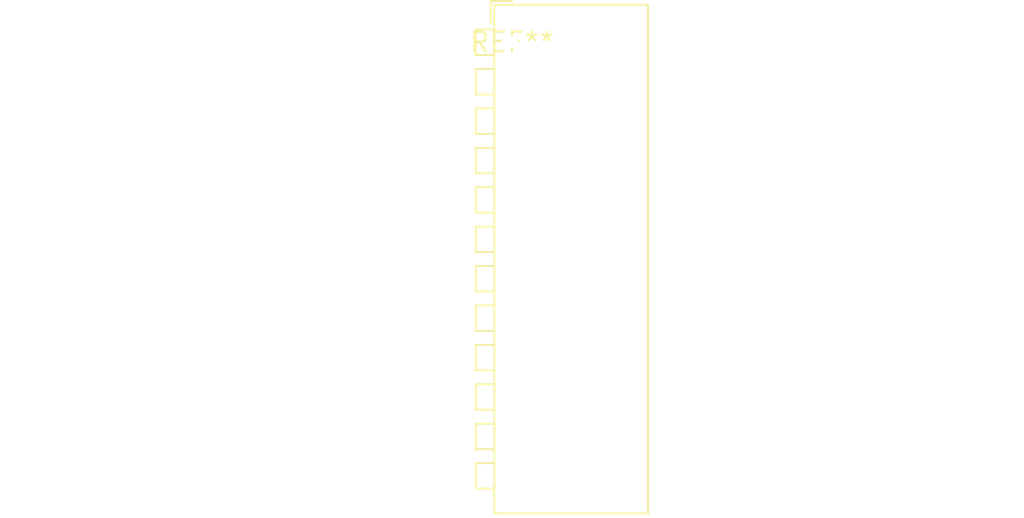
<source format=kicad_pcb>
(kicad_pcb (version 20240108) (generator pcbnew)
  (layers (0 "F.Cu" signal) (31 "B.Cu" signal) (34 "B.Paste" user) (35 "F.Paste" user) (36 "B.SilkS" user "B.Silkscreen") (37 "F.SilkS" user "F.Silkscreen") (38 "B.Mask" user) (39 "F.Mask" user) (44 "Edge.Cuts" user))
  (net 0 "")
  (footprint "SW_DIP_SPSTx12_Piano_CTS_Series194-12MSTN_W7.62mm_P2.54mm" (layer "F.Cu") (at 0 0)
    (property "Reference" "REF**")
    (property "Value" "SW_DIP_SPSTx12_Piano_CTS_Series194-12MSTN_W7.62mm_P2.54mm")
    (fp_line (start -2.34 -0.82) (end -2.34 0.82) (layer "F.SilkS") (stroke (width 0.12)))
    (fp_line (start -2.34 -0.82) (end -1.14 -0.82) (layer "F.SilkS") (stroke (width 0.12)))
    (fp_line (start -2.34 0.82) (end -1.14 0.82) (layer "F.SilkS") (stroke (width 0.12)))
    (fp_line (start -2.34 1.72) (end -2.34 3.361) (layer "F.SilkS") (stroke (width 0.12)))
    (fp_line (start -2.34 1.72) (end -1.14 1.72) (layer "F.SilkS") (stroke (width 0.12)))
    (fp_line (start -2.34 3.361) (end -1.14 3.361) (layer "F.SilkS") (stroke (width 0.12)))
    (fp_line (start -2.34 4.261) (end -2.34 5.9) (layer "F.SilkS") (stroke (width 0.12)))
    (fp_line (start -2.34 4.261) (end -1.14 4.261) (layer "F.SilkS") (stroke (width 0.12)))
    (fp_line (start -2.34 5.9) (end -1.14 5.9) (layer "F.SilkS") (stroke (width 0.12)))
    (fp_line (start -2.34 6.801) (end -2.34 8.441) (layer "F.SilkS") (stroke (width 0.12)))
    (fp_line (start -2.34 6.801) (end -1.14 6.801) (layer "F.SilkS") (stroke (width 0.12)))
    (fp_line (start -2.34 8.441) (end -1.14 8.441) (layer "F.SilkS") (stroke (width 0.12)))
    (fp_line (start -2.34 9.34) (end -2.34 10.98) (layer "F.SilkS") (stroke (width 0.12)))
    (fp_line (start -2.34 9.34) (end -1.14 9.34) (layer "F.SilkS") (stroke (width 0.12)))
    (fp_line (start -2.34 10.98) (end -1.14 10.98) (layer "F.SilkS") (stroke (width 0.12)))
    (fp_line (start -2.34 11.88) (end -2.34 13.52) (layer "F.SilkS") (stroke (width 0.12)))
    (fp_line (start -2.34 11.88) (end -1.14 11.88) (layer "F.SilkS") (stroke (width 0.12)))
    (fp_line (start -2.34 13.52) (end -1.14 13.52) (layer "F.SilkS") (stroke (width 0.12)))
    (fp_line (start -2.34 14.42) (end -2.34 16.06) (layer "F.SilkS") (stroke (width 0.12)))
    (fp_line (start -2.34 14.42) (end -1.14 14.42) (layer "F.SilkS") (stroke (width 0.12)))
    (fp_line (start -2.34 16.06) (end -1.14 16.06) (layer "F.SilkS") (stroke (width 0.12)))
    (fp_line (start -2.34 16.96) (end -2.34 18.6) (layer "F.SilkS") (stroke (width 0.12)))
    (fp_line (start -2.34 16.96) (end -1.14 16.96) (layer "F.SilkS") (stroke (width 0.12)))
    (fp_line (start -2.34 18.6) (end -1.14 18.6) (layer "F.SilkS") (stroke (width 0.12)))
    (fp_line (start -2.34 19.5) (end -2.34 21.14) (layer "F.SilkS") (stroke (width 0.12)))
    (fp_line (start -2.34 19.5) (end -1.14 19.5) (layer "F.SilkS") (stroke (width 0.12)))
    (fp_line (start -2.34 21.14) (end -1.14 21.14) (layer "F.SilkS") (stroke (width 0.12)))
    (fp_line (start -2.34 22.04) (end -2.34 23.68) (layer "F.SilkS") (stroke (width 0.12)))
    (fp_line (start -2.34 22.04) (end -1.14 22.04) (layer "F.SilkS") (stroke (width 0.12)))
    (fp_line (start -2.34 23.68) (end -1.14 23.68) (layer "F.SilkS") (stroke (width 0.12)))
    (fp_line (start -2.34 24.58) (end -2.34 26.22) (layer "F.SilkS") (stroke (width 0.12)))
    (fp_line (start -2.34 24.58) (end -1.14 24.58) (layer "F.SilkS") (stroke (width 0.12)))
    (fp_line (start -2.34 26.22) (end -1.14 26.22) (layer "F.SilkS") (stroke (width 0.12)))
    (fp_line (start -2.34 27.12) (end -2.34 28.76) (layer "F.SilkS") (stroke (width 0.12)))
    (fp_line (start -2.34 27.12) (end -1.14 27.12) (layer "F.SilkS") (stroke (width 0.12)))
    (fp_line (start -2.34 28.76) (end -1.14 28.76) (layer "F.SilkS") (stroke (width 0.12)))
    (fp_line (start -1.38 -2.66) (end -1.38 -1.277) (layer "F.SilkS") (stroke (width 0.12)))
    (fp_line (start -1.38 -2.66) (end 0.004 -2.66) (layer "F.SilkS") (stroke (width 0.12)))
    (fp_line (start -1.14 -2.42) (end -1.14 30.36) (layer "F.SilkS") (stroke (width 0.12)))
    (fp_line (start -1.14 -2.42) (end 8.76 -2.42) (layer "F.SilkS") (stroke (width 0.12)))
    (fp_line (start -1.14 -0.82) (end -1.14 0.82) (layer "F.SilkS") (stroke (width 0.12)))
    (fp_line (start -1.14 1.72) (end -1.14 3.361) (layer "F.SilkS") (stroke (width 0.12)))
    (fp_line (start -1.14 4.261) (end -1.14 5.9) (layer "F.SilkS") (stroke (width 0.12)))
    (fp_line (start -1.14 6.801) (end -1.14 8.441) (layer "F.SilkS") (stroke (width 0.12)))
    (fp_line (start -1.14 9.34) (end -1.14 10.98) (layer "F.SilkS") (stroke (width 0.12)))
    (fp_line (start -1.14 11.88) (end -1.14 13.52) (layer "F.SilkS") (stroke (width 0.12)))
    (fp_line (start -1.14 14.42) (end -1.14 16.06) (layer "F.SilkS") (stroke (width 0.12)))
    (fp_line (start -1.14 16.96) (end -1.14 18.6) (layer "F.SilkS") (stroke (width 0.12)))
    (fp_line (start -1.14 19.5) (end -1.14 21.14) (layer "F.SilkS") (stroke (width 0.12)))
    (fp_line (start -1.14 22.04) (end -1.14 23.68) (layer "F.SilkS") (stroke (width 0.12)))
    (fp_line (start -1.14 24.58) (end -1.14 26.22) (layer "F.SilkS") (stroke (width 0.12)))
    (fp_line (start -1.14 27.12) (end -1.14 28.76) (layer "F.SilkS") (stroke (width 0.12)))
    (fp_line (start -1.14 30.36) (end 8.76 30.36) (layer "F.SilkS") (stroke (width 0.12)))
    (fp_line (start 8.76 -2.42) (end 8.76 30.36) (layer "F.SilkS") (stroke (width 0.12)))
    (pad "1" thru_hole rect (at 0 0) (size 1.6 1.6) (drill 0.8) (layers *.Cu *.Mask) (remove_unused_layers))
    (pad "2" thru_hole oval (at 0 2.54) (size 1.6 1.6) (drill 0.8) (layers *.Cu *.Mask) (remove_unused_layers))
    (pad "3" thru_hole oval (at 0 5.08) (size 1.6 1.6) (drill 0.8) (layers *.Cu *.Mask) (remove_unused_layers))
    (pad "4" thru_hole oval (at 0 7.62) (size 1.6 1.6) (drill 0.8) (layers *.Cu *.Mask) (remove_unused_layers))
    (pad "5" thru_hole oval (at 0 10.16) (size 1.6 1.6) (drill 0.8) (layers *.Cu *.Mask) (remove_unused_layers))
    (pad "6" thru_hole oval (at 0 12.7) (size 1.6 1.6) (drill 0.8) (layers *.Cu *.Mask) (remove_unused_layers))
    (pad "7" thru_hole oval (at 0 15.24) (size 1.6 1.6) (drill 0.8) (layers *.Cu *.Mask) (remove_unused_layers))
    (pad "8" thru_hole oval (at 0 17.78) (size 1.6 1.6) (drill 0.8) (layers *.Cu *.Mask) (remove_unused_layers))
    (pad "9" thru_hole oval (at 0 20.32) (size 1.6 1.6) (drill 0.8) (layers *.Cu *.Mask) (remove_unused_layers))
    (pad "10" thru_hole oval (at 0 22.86) (size 1.6 1.6) (drill 0.8) (layers *.Cu *.Mask) (remove_unused_layers))
    (pad "11" thru_hole oval (at 0 25.4) (size 1.6 1.6) (drill 0.8) (layers *.Cu *.Mask) (remove_unused_layers))
    (pad "12" thru_hole oval (at 0 27.94) (size 1.6 1.6) (drill 0.8) (layers *.Cu *.Mask) (remove_unused_layers))
    (pad "13" thru_hole oval (at 7.62 27.94) (size 1.6 1.6) (drill 0.8) (layers *.Cu *.Mask) (remove_unused_layers))
    (pad "14" thru_hole oval (at 7.62 25.4) (size 1.6 1.6) (drill 0.8) (layers *.Cu *.Mask) (remove_unused_layers))
    (pad "15" thru_hole oval (at 7.62 22.86) (size 1.6 1.6) (drill 0.8) (layers *.Cu *.Mask) (remove_unused_layers))
    (pad "16" thru_hole oval (at 7.62 20.32) (size 1.6 1.6) (drill 0.8) (layers *.Cu *.Mask) (remove_unused_layers))
    (pad "17" thru_hole oval (at 7.62 17.78) (size 1.6 1.6) (drill 0.8) (layers *.Cu *.Mask) (remove_unused_layers))
    (pad "18" thru_hole oval (at 7.62 15.24) (size 1.6 1.6) (drill 0.8) (layers *.Cu *.Mask) (remove_unused_layers))
    (pad "19" thru_hole oval (at 7.62 12.7) (size 1.6 1.6) (drill 0.8) (layers *.Cu *.Mask) (remove_unused_layers))
    (pad "20" thru_hole oval (at 7.62 10.16) (size 1.6 1.6) (drill 0.8) (layers *.Cu *.Mask) (remove_unused_layers))
    (pad "21" thru_hole oval (at 7.62 7.62) (size 1.6 1.6) (drill 0.8) (layers *.Cu *.Mask) (remove_unused_layers))
    (pad "22" thru_hole oval (at 7.62 5.08) (size 1.6 1.6) (drill 0.8) (layers *.Cu *.Mask) (remove_unused_layers))
    (pad "23" thru_hole oval (at 7.62 2.54) (size 1.6 1.6) (drill 0.8) (layers *.Cu *.Mask) (remove_unused_layers))
    (pad "24" thru_hole oval (at 7.62 0) (size 1.6 1.6) (drill 0.8) (layers *.Cu *.Mask) (remove_unused_layers))
  )
)
</source>
